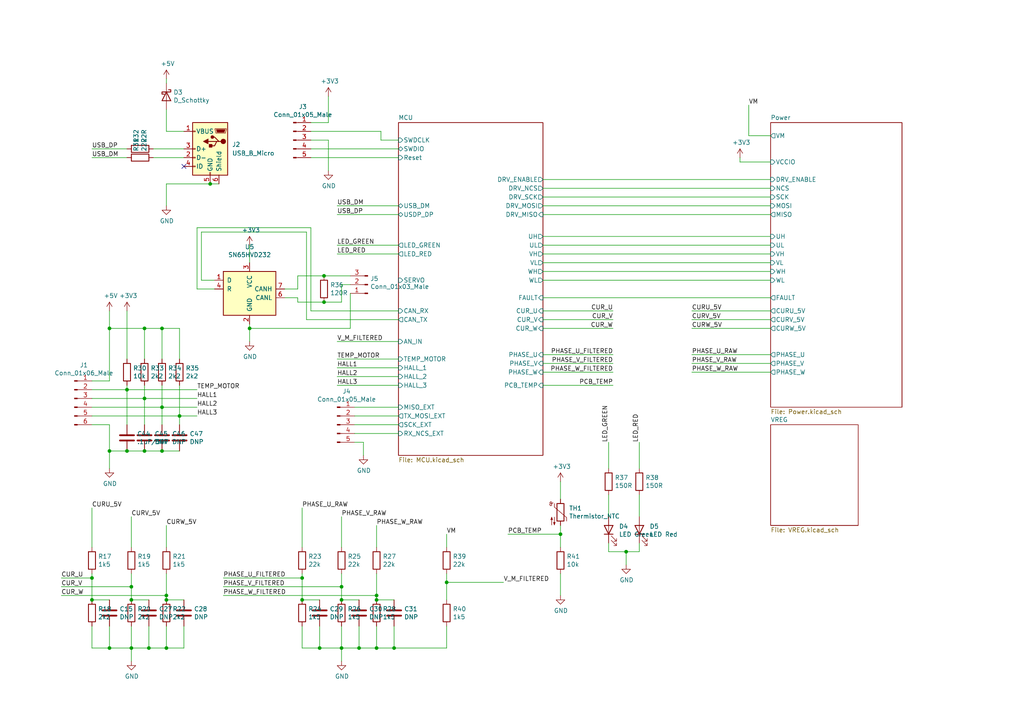
<source format=kicad_sch>
(kicad_sch (version 20231120) (generator "eeschema") (generator_version "8.0")
  (paper "A4")
  (title_block (title "xESC BLDC Controller") (date "2021-12-01") (rev "2.0") (company "Clemens Elflein") (comment 1 "Creative Commons Attribution-NonCommercial-ShareAlike 4.0 International License.") (comment 2 "Licensed under "))
  (lib_symbols
    (symbol "Connector:Conn_01x03_Male" (pin_names (offset 1.016) hide)
      (property "Reference" "J" (at 0 5.08 0))
      (property "Value" "Conn_01x03_Male" (at 0 -5.08 0))
      (symbol "Conn_01x03_Male_1_1"
        (polyline (pts (xy 1.27 -2.54) (xy 0.8636 -2.54)) (stroke (width 0.1524)))
        (polyline (pts (xy 1.27 0) (xy 0.8636 0)) (stroke (width 0.1524)))
        (polyline (pts (xy 1.27 2.54) (xy 0.8636 2.54)) (stroke (width 0.1524)))
        (rectangle (start 0.8636 -2.413) (end 0 -2.667) (stroke (width 0.1524)) (fill (type outline)))
        (rectangle (start 0.8636 0.127) (end 0 -0.127) (stroke (width 0.1524)) (fill (type outline)))
        (rectangle (start 0.8636 2.667) (end 0 2.413) (stroke (width 0.1524)) (fill (type outline)))
        (pin passive line (at 5.08 2.54 180) (length 3.81) (name "Pin_1") (number "1"))
        (pin passive line (at 5.08 0 180) (length 3.81) (name "Pin_2") (number "2"))
        (pin passive line (at 5.08 -2.54 180) (length 3.81) (name "Pin_3") (number "3"))
      )
    )
    (symbol "Connector:Conn_01x05_Male" (pin_names (offset 1.016) hide)
      (property "Reference" "J" (at 0 7.62 0))
      (property "Value" "Conn_01x05_Male" (at 0 -7.62 0))
      (symbol "Conn_01x05_Male_1_1"
        (polyline (pts (xy 1.27 -5.08) (xy 0.8636 -5.08)) (stroke (width 0.1524)))
        (polyline (pts (xy 1.27 -2.54) (xy 0.8636 -2.54)) (stroke (width 0.1524)))
        (polyline (pts (xy 1.27 0) (xy 0.8636 0)) (stroke (width 0.1524)))
        (polyline (pts (xy 1.27 2.54) (xy 0.8636 2.54)) (stroke (width 0.1524)))
        (polyline (pts (xy 1.27 5.08) (xy 0.8636 5.08)) (stroke (width 0.1524)))
        (rectangle (start 0.8636 -4.953) (end 0 -5.207) (stroke (width 0.1524)) (fill (type outline)))
        (rectangle (start 0.8636 -2.413) (end 0 -2.667) (stroke (width 0.1524)) (fill (type outline)))
        (rectangle (start 0.8636 0.127) (end 0 -0.127) (stroke (width 0.1524)) (fill (type outline)))
        (rectangle (start 0.8636 2.667) (end 0 2.413) (stroke (width 0.1524)) (fill (type outline)))
        (rectangle (start 0.8636 5.207) (end 0 4.953) (stroke (width 0.1524)) (fill (type outline)))
        (pin passive line (at 5.08 5.08 180) (length 3.81) (name "Pin_1") (number "1"))
        (pin passive line (at 5.08 2.54 180) (length 3.81) (name "Pin_2") (number "2"))
        (pin passive line (at 5.08 0 180) (length 3.81) (name "Pin_3") (number "3"))
        (pin passive line (at 5.08 -2.54 180) (length 3.81) (name "Pin_4") (number "4"))
        (pin passive line (at 5.08 -5.08 180) (length 3.81) (name "Pin_5") (number "5"))
      )
    )
    (symbol "Connector:Conn_01x06_Male" (pin_names (offset 1.016) hide)
      (property "Reference" "J" (at 0 7.62 0))
      (property "Value" "Conn_01x06_Male" (at 0 -10.16 0))
      (symbol "Conn_01x06_Male_1_1"
        (polyline (pts (xy 1.27 -7.62) (xy 0.8636 -7.62)) (stroke (width 0.1524)))
        (polyline (pts (xy 1.27 -5.08) (xy 0.8636 -5.08)) (stroke (width 0.1524)))
        (polyline (pts (xy 1.27 -2.54) (xy 0.8636 -2.54)) (stroke (width 0.1524)))
        (polyline (pts (xy 1.27 0) (xy 0.8636 0)) (stroke (width 0.1524)))
        (polyline (pts (xy 1.27 2.54) (xy 0.8636 2.54)) (stroke (width 0.1524)))
        (polyline (pts (xy 1.27 5.08) (xy 0.8636 5.08)) (stroke (width 0.1524)))
        (rectangle (start 0.8636 -7.493) (end 0 -7.747) (stroke (width 0.1524)) (fill (type outline)))
        (rectangle (start 0.8636 -4.953) (end 0 -5.207) (stroke (width 0.1524)) (fill (type outline)))
        (rectangle (start 0.8636 -2.413) (end 0 -2.667) (stroke (width 0.1524)) (fill (type outline)))
        (rectangle (start 0.8636 0.127) (end 0 -0.127) (stroke (width 0.1524)) (fill (type outline)))
        (rectangle (start 0.8636 2.667) (end 0 2.413) (stroke (width 0.1524)) (fill (type outline)))
        (rectangle (start 0.8636 5.207) (end 0 4.953) (stroke (width 0.1524)) (fill (type outline)))
        (pin passive line (at 5.08 5.08 180) (length 3.81) (name "Pin_1") (number "1"))
        (pin passive line (at 5.08 2.54 180) (length 3.81) (name "Pin_2") (number "2"))
        (pin passive line (at 5.08 0 180) (length 3.81) (name "Pin_3") (number "3"))
        (pin passive line (at 5.08 -2.54 180) (length 3.81) (name "Pin_4") (number "4"))
        (pin passive line (at 5.08 -5.08 180) (length 3.81) (name "Pin_5") (number "5"))
        (pin passive line (at 5.08 -7.62 180) (length 3.81) (name "Pin_6") (number "6"))
      )
    )
    (symbol "Connector:USB_B_Micro" (pin_names (offset 1.016))
      (property "Reference" "J" (at -5.08 11.43 0))
      (property "Value" "USB_B_Micro" (at -5.08 8.89 0))
      (symbol "USB_B_Micro_0_1"
        (rectangle (start -5.08 -7.62) (end 5.08 7.62) (stroke (width 0.254)) (fill (type background)))
        (circle (center -3.81 2.159) (radius 0.635) (stroke (width 0.254)) (fill (type outline)))
        (circle (center -0.635 3.429) (radius 0.381) (stroke (width 0.254)) (fill (type outline)))
        (rectangle (start -0.127 -7.62) (end 0.127 -6.858))
        (polyline (pts (xy -1.905 2.159) (xy 0.635 2.159)) (stroke (width 0.254)))
        (polyline (pts (xy -3.175 2.159) (xy -2.54 2.159) (xy -1.27 3.429) (xy -0.635 3.429)) (stroke (width 0.254)))
        (polyline (pts (xy -2.54 2.159) (xy -1.905 2.159) (xy -1.27 0.889) (xy 0 0.889)) (stroke (width 0.254)))
        (polyline (pts (xy 0.635 2.794) (xy 0.635 1.524) (xy 1.905 2.159) (xy 0.635 2.794)) (stroke (width 0.254)) (fill (type outline)))
        (polyline (pts (xy -4.318 5.588) (xy -1.778 5.588) (xy -2.032 4.826) (xy -4.064 4.826) (xy -4.318 5.588)) (fill (type outline)))
        (polyline (pts (xy -4.699 5.842) (xy -4.699 5.588) (xy -4.445 4.826) (xy -4.445 4.572) (xy -1.651 4.572) (xy -1.651 4.826) (xy -1.397 5.588) (xy -1.397 5.842) (xy -4.699 5.842)))
        (rectangle (start 0.254 1.27) (end -0.508 0.508) (stroke (width 0.254)) (fill (type outline)))
        (rectangle (start 5.08 -5.207) (end 4.318 -4.953))
        (rectangle (start 5.08 -2.667) (end 4.318 -2.413))
        (rectangle (start 5.08 -0.127) (end 4.318 0.127))
        (rectangle (start 5.08 4.953) (end 4.318 5.207))
      )
      (symbol "USB_B_Micro_1_1"
        (pin power_out line (at 7.62 5.08 180) (length 2.54) (name "VBUS") (number "1"))
        (pin bidirectional line (at 7.62 -2.54 180) (length 2.54) (name "D-") (number "2"))
        (pin bidirectional line (at 7.62 0 180) (length 2.54) (name "D+") (number "3"))
        (pin passive line (at 7.62 -5.08 180) (length 2.54) (name "ID") (number "4"))
        (pin power_out line (at 0 -10.16 90) (length 2.54) (name "GND") (number "5"))
        (pin passive line (at -2.54 -10.16 90) (length 2.54) (name "Shield") (number "6"))
      )
    )
    (symbol "Device:C" (pin_numbers hide) (pin_names (offset 0.254))
      (property "Reference" "C" (at 0.635 2.54 0))
      (property "Value" "C" (at 0.635 -2.54 0))
      (symbol "C_0_1"
        (polyline (pts (xy -2.032 -0.762) (xy 2.032 -0.762)) (stroke (width 0.508)))
        (polyline (pts (xy -2.032 0.762) (xy 2.032 0.762)) (stroke (width 0.508)))
      )
      (symbol "C_1_1"
        (pin passive line (at 0 3.81 270) (length 2.794) (name "~") (number "1"))
        (pin passive line (at 0 -3.81 90) (length 2.794) (name "~") (number "2"))
      )
    )
    (symbol "Device:D_Schottky" (pin_numbers hide) (pin_names (offset 1.016) hide)
      (property "Reference" "D" (at 0 2.54 0))
      (property "Value" "D_Schottky" (at 0 -2.54 0))
      (symbol "D_Schottky_0_1"
        (polyline (pts (xy 1.27 0) (xy -1.27 0)))
        (polyline (pts (xy 1.27 1.27) (xy 1.27 -1.27) (xy -1.27 0) (xy 1.27 1.27)) (stroke (width 0.254)))
        (polyline (pts (xy -1.905 0.635) (xy -1.905 1.27) (xy -1.27 1.27) (xy -1.27 -1.27) (xy -0.635 -1.27) (xy -0.635 -0.635)) (stroke (width 0.254)))
      )
      (symbol "D_Schottky_1_1"
        (pin passive line (at -3.81 0 0) (length 2.54) (name "K") (number "1"))
        (pin passive line (at 3.81 0 180) (length 2.54) (name "A") (number "2"))
      )
    )
    (symbol "Device:LED" (pin_numbers hide) (pin_names (offset 1.016) hide)
      (property "Reference" "D" (at 0 2.54 0))
      (property "Value" "LED" (at 0 -2.54 0))
      (symbol "LED_0_1"
        (polyline (pts (xy -1.27 -1.27) (xy -1.27 1.27)) (stroke (width 0.254)))
        (polyline (pts (xy -1.27 0) (xy 1.27 0)))
        (polyline (pts (xy 1.27 -1.27) (xy 1.27 1.27) (xy -1.27 0) (xy 1.27 -1.27)) (stroke (width 0.254)))
        (polyline (pts (xy -3.048 -0.762) (xy -4.572 -2.286) (xy -3.81 -2.286) (xy -4.572 -2.286) (xy -4.572 -1.524)))
        (polyline (pts (xy -1.778 -0.762) (xy -3.302 -2.286) (xy -2.54 -2.286) (xy -3.302 -2.286) (xy -3.302 -1.524)))
      )
      (symbol "LED_1_1"
        (pin passive line (at -3.81 0 0) (length 2.54) (name "K") (number "1"))
        (pin passive line (at 3.81 0 180) (length 2.54) (name "A") (number "2"))
      )
    )
    (symbol "Device:R" (pin_numbers hide) (pin_names (offset 0))
      (property "Reference" "R" (at 2.032 0 90))
      (property "Value" "R" (at 0 0 90))
      (symbol "R_0_1"
        (rectangle (start -1.016 -2.54) (end 1.016 2.54) (stroke (width 0.254)))
      )
      (symbol "R_1_1"
        (pin passive line (at 0 3.81 270) (length 1.27) (name "~") (number "1"))
        (pin passive line (at 0 -3.81 90) (length 1.27) (name "~") (number "2"))
      )
    )
    (symbol "Device:Thermistor_NTC" (pin_numbers hide) (pin_names (offset 0))
      (property "Reference" "TH" (at -4.445 0 90))
      (property "Value" "Thermistor_NTC" (at 3.175 0 90))
      (symbol "Thermistor_NTC_0_1"
        (arc (start -3.048 2.159) (mid -3.0505 2.3165) (end -3.175 2.413))
        (arc (start -3.048 2.159) (mid -2.9736 1.9794) (end -2.794 1.905))
        (arc (start -3.048 2.794) (mid -2.9736 2.6144) (end -2.794 2.54))
        (arc (start -2.794 1.905) (mid -2.6144 1.9794) (end -2.54 2.159))
        (arc (start -2.794 2.54) (mid -2.434 2.5608) (end -2.159 2.794))
        (arc (start -2.794 3.048) (mid -2.9736 2.9736) (end -3.048 2.794))
        (arc (start -2.54 2.794) (mid -2.6144 2.9736) (end -2.794 3.048))
        (rectangle (start -1.016 2.54) (end 1.016 -2.54) (stroke (width 0.254)))
        (polyline (pts (xy -2.54 2.159) (xy -2.54 2.794)))
        (polyline (pts (xy -1.778 2.54) (xy -1.778 1.524) (xy 1.778 -1.524) (xy 1.778 -2.54)))
        (polyline (pts (xy -2.54 -3.683) (xy -2.54 -1.397) (xy -2.794 -2.159) (xy -2.286 -2.159) (xy -2.54 -1.397) (xy -2.54 -1.651)) (fill (type outline)))
        (polyline (pts (xy -1.778 -1.397) (xy -1.778 -3.683) (xy -2.032 -2.921) (xy -1.524 -2.921) (xy -1.778 -3.683) (xy -1.778 -3.429)) (fill (type outline)))
      )
      (symbol "Thermistor_NTC_1_1"
        (pin passive line (at 0 3.81 270) (length 1.27) (name "~") (number "1"))
        (pin passive line (at 0 -3.81 90) (length 1.27) (name "~") (number "2"))
      )
    )
    (symbol "Interface_CAN_LIN:SN65HVD232" (pin_names (offset 1.016))
      (property "Reference" "U" (at -2.54 10.16 0))
      (property "Value" "SN65HVD232" (at -2.54 7.62 0))
      (symbol "SN65HVD232_0_1"
        (rectangle (start -7.62 5.08) (end 7.62 -7.62) (stroke (width 0.254)) (fill (type background)))
      )
      (symbol "SN65HVD232_1_1"
        (pin input line (at -10.16 2.54 0) (length 2.54) (name "D") (number "1"))
        (pin power_in line (at 0 -10.16 90) (length 2.54) (name "GND") (number "2"))
        (pin power_in line (at 0 7.62 270) (length 2.54) (name "VCC") (number "3"))
        (pin output line (at -10.16 0 0) (length 2.54) (name "R") (number "4"))
        (pin no_connect line (at -10.16 -2.54 0) (length 2.54) hide (name "NC") (number "5"))
        (pin bidirectional line (at 10.16 -2.54 180) (length 2.54) (name "CANL") (number "6"))
        (pin bidirectional line (at 10.16 0 180) (length 2.54) (name "CANH") (number "7"))
        (pin no_connect line (at -10.16 -5.08 0) (length 2.54) hide (name "NC") (number "8"))
      )
    )
    (symbol "power:+3.3V" (power) (pin_names (offset 0))
      (property "Value" "+3.3V" (at 0 3.556 0))
      (symbol "+3.3V_0_1"
        (polyline (pts (xy -0.762 1.27) (xy 0 2.54)))
        (polyline (pts (xy 0 0) (xy 0 2.54)))
        (polyline (pts (xy 0 2.54) (xy 0.762 1.27)))
      )
      (symbol "+3.3V_1_1"
        (pin power_in line (at 0 0 90) (length 0) hide (name "+3V3") (number "1"))
      )
    )
    (symbol "power:+5V" (power) (pin_names (offset 0))
      (property "Value" "+5V" (at 0 3.556 0))
      (symbol "+5V_0_1"
        (polyline (pts (xy -0.762 1.27) (xy 0 2.54)))
        (polyline (pts (xy 0 0) (xy 0 2.54)))
        (polyline (pts (xy 0 2.54) (xy 0.762 1.27)))
      )
      (symbol "+5V_1_1"
        (pin power_in line (at 0 0 90) (length 0) hide (name "+5V") (number "1"))
      )
    )
    (symbol "power:GND" (power) (pin_names (offset 0))
      (property "Value" "GND" (at 0 -3.81 0))
      (symbol "GND_0_1"
        (polyline (pts (xy 0 0) (xy 0 -1.27) (xy 1.27 -1.27) (xy 0 -2.54) (xy -1.27 -1.27) (xy 0 -1.27)))
      )
      (symbol "GND_1_1"
        (pin power_in line (at 0 0 270) (length 0) hide (name "GND") (number "1"))
      )
    )
  )
  (junction (at 92.71 187.96))
  (junction (at 43.18 187.96))
  (junction (at 46.99 130.81))
  (junction (at 26.67 167.64))
  (junction (at 48.26 187.96))
  (junction (at 99.06 173.99))
  (junction (at 36.83 113.03))
  (junction (at 72.39 95.25))
  (junction (at 114.3 187.96))
  (junction (at 38.1 187.96))
  (junction (at 109.22 173.99))
  (junction (at 129.54 168.91))
  (junction (at 48.26 172.72))
  (junction (at 36.83 130.81))
  (junction (at 31.75 187.96))
  (junction (at 109.22 172.72))
  (junction (at 87.63 173.99))
  (junction (at 60.96 53.34))
  (junction (at 52.07 120.65))
  (junction (at 31.75 95.25))
  (junction (at 48.26 173.99))
  (junction (at 46.99 95.25))
  (junction (at 46.99 118.11))
  (junction (at 93.98 80.01))
  (junction (at 41.91 130.81))
  (junction (at 26.67 173.99))
  (junction (at 104.14 187.96))
  (junction (at 162.56 154.94))
  (junction (at 99.06 187.96))
  (junction (at 93.98 87.63))
  (junction (at 87.63 167.64))
  (junction (at 99.06 170.18))
  (junction (at 109.22 187.96))
  (junction (at 38.1 170.18))
  (junction (at 38.1 173.99))
  (junction (at 41.91 95.25))
  (junction (at 31.75 130.81))
  (junction (at 181.61 160.02))
  (junction (at 41.91 115.57))
  (no_connect (at 53.34 48.26))
  (wire (pts (xy 53.34 45.72) (xy 44.45 45.72)))
  (wire (pts (xy 115.57 71.12) (xy 97.79 71.12)))
  (wire (pts (xy 95.25 35.56) (xy 95.25 27.94)))
  (wire (pts (xy 38.1 187.96) (xy 43.18 187.96)))
  (wire (pts (xy 97.79 109.22) (xy 115.57 109.22)))
  (wire (pts (xy 86.36 87.63) (xy 93.98 87.63)))
  (wire (pts (xy 223.52 102.87) (xy 200.66 102.87)))
  (wire (pts (xy 157.48 95.25) (xy 177.8 95.25)))
  (wire (pts (xy 110.49 40.64) (xy 115.57 40.64)))
  (wire (pts (xy 86.36 83.82) (xy 86.36 80.01)))
  (wire (pts (xy 181.61 160.02) (xy 185.42 160.02)))
  (wire (pts (xy 223.52 76.2) (xy 157.48 76.2)))
  (wire (pts (xy 92.71 181.61) (xy 92.71 187.96)))
  (wire (pts (xy 214.63 46.99) (xy 223.52 46.99)))
  (wire (pts (xy 223.52 105.41) (xy 200.66 105.41)))
  (wire (pts (xy 48.26 24.13) (xy 48.26 22.86)))
  (wire (pts (xy 162.56 152.4) (xy 162.56 154.94)))
  (wire (pts (xy 223.52 68.58) (xy 157.48 68.58)))
  (wire (pts (xy 102.87 123.19) (xy 115.57 123.19)))
  (wire (pts (xy 31.75 187.96) (xy 38.1 187.96)))
  (wire (pts (xy 87.63 187.96) (xy 92.71 187.96)))
  (wire (pts (xy 109.22 166.37) (xy 109.22 172.72)))
  (wire (pts (xy 38.1 181.61) (xy 38.1 187.96)))
  (wire (pts (xy 162.56 154.94) (xy 162.56 158.75)))
  (wire (pts (xy 115.57 106.68) (xy 97.79 106.68)))
  (wire (pts (xy 104.14 187.96) (xy 109.22 187.96)))
  (wire (pts (xy 87.63 166.37) (xy 87.63 167.64)))
  (wire (pts (xy 41.91 95.25) (xy 46.99 95.25)))
  (wire (pts (xy 26.67 120.65) (xy 52.07 120.65)))
  (wire (pts (xy 57.15 113.03) (xy 36.83 113.03)))
  (wire (pts (xy 57.15 66.04) (xy 90.17 66.04)))
  (wire (pts (xy 157.48 102.87) (xy 177.8 102.87)))
  (wire (pts (xy 101.6 95.25) (xy 72.39 95.25)))
  (wire (pts (xy 223.52 52.07) (xy 157.48 52.07)))
  (wire (pts (xy 43.18 181.61) (xy 43.18 187.96)))
  (wire (pts (xy 48.26 187.96) (xy 48.26 181.61)))
  (wire (pts (xy 46.99 118.11) (xy 26.67 118.11)))
  (wire (pts (xy 48.26 152.4) (xy 48.26 158.75)))
  (wire (pts (xy 31.75 95.25) (xy 31.75 90.17)))
  (wire (pts (xy 223.52 73.66) (xy 157.48 73.66)))
  (wire (pts (xy 162.56 166.37) (xy 162.56 172.72)))
  (wire (pts (xy 101.6 85.09) (xy 101.6 95.25)))
  (wire (pts (xy 92.71 187.96) (xy 99.06 187.96)))
  (wire (pts (xy 31.75 123.19) (xy 31.75 130.81)))
  (wire (pts (xy 217.17 39.37) (xy 217.17 30.48)))
  (wire (pts (xy 41.91 111.76) (xy 41.91 115.57)))
  (wire (pts (xy 176.53 149.86) (xy 176.53 143.51)))
  (wire (pts (xy 52.07 111.76) (xy 52.07 120.65)))
  (wire (pts (xy 115.57 99.06) (xy 97.79 99.06)))
  (wire (pts (xy 99.06 173.99) (xy 104.14 173.99)))
  (wire (pts (xy 176.53 135.89) (xy 176.53 128.27)))
  (wire (pts (xy 102.87 118.11) (xy 115.57 118.11)))
  (wire (pts (xy 223.52 57.15) (xy 157.48 57.15)))
  (wire (pts (xy 90.17 43.18) (xy 115.57 43.18)))
  (wire (pts (xy 99.06 181.61) (xy 99.06 187.96)))
  (wire (pts (xy 31.75 95.25) (xy 41.91 95.25)))
  (wire (pts (xy 109.22 172.72) (xy 109.22 173.99)))
  (wire (pts (xy 82.55 86.36) (xy 86.36 86.36)))
  (wire (pts (xy 217.17 39.37) (xy 223.52 39.37)))
  (wire (pts (xy 31.75 130.81) (xy 31.75 135.89)))
  (wire (pts (xy 36.83 130.81) (xy 31.75 130.81)))
  (wire (pts (xy 99.06 170.18) (xy 64.77 170.18)))
  (wire (pts (xy 99.06 187.96) (xy 104.14 187.96)))
  (wire (pts (xy 99.06 82.55) (xy 99.06 87.63)))
  (wire (pts (xy 99.06 149.86) (xy 99.06 158.75)))
  (wire (pts (xy 48.26 53.34) (xy 60.96 53.34)))
  (wire (pts (xy 129.54 168.91) (xy 146.05 168.91)))
  (wire (pts (xy 72.39 71.12) (xy 72.39 76.2)))
  (wire (pts (xy 157.48 78.74) (xy 223.52 78.74)))
  (wire (pts (xy 48.26 172.72) (xy 17.78 172.72)))
  (wire (pts (xy 88.9 92.71) (xy 88.9 67.31)))
  (wire (pts (xy 157.48 90.17) (xy 177.8 90.17)))
  (wire (pts (xy 57.15 83.82) (xy 57.15 66.04)))
  (wire (pts (xy 26.67 167.64) (xy 26.67 173.99)))
  (wire (pts (xy 157.48 105.41) (xy 177.8 105.41)))
  (wire (pts (xy 46.99 118.11) (xy 46.99 123.19)))
  (wire (pts (xy 38.1 166.37) (xy 38.1 170.18)))
  (wire (pts (xy 176.53 160.02) (xy 181.61 160.02)))
  (wire (pts (xy 48.26 173.99) (xy 53.34 173.99)))
  (wire (pts (xy 26.67 123.19) (xy 31.75 123.19)))
  (wire (pts (xy 53.34 187.96) (xy 48.26 187.96)))
  (wire (pts (xy 60.96 53.34) (xy 63.5 53.34)))
  (wire (pts (xy 38.1 170.18) (xy 38.1 173.99)))
  (wire (pts (xy 87.63 167.64) (xy 64.77 167.64)))
  (wire (pts (xy 87.63 167.64) (xy 87.63 173.99)))
  (wire (pts (xy 72.39 95.25) (xy 72.39 99.06)))
  (wire (pts (xy 185.42 135.89) (xy 185.42 128.27)))
  (wire (pts (xy 62.23 83.82) (xy 57.15 83.82)))
  (wire (pts (xy 115.57 73.66) (xy 97.79 73.66)))
  (wire (pts (xy 41.91 130.81) (xy 36.83 130.81)))
  (wire (pts (xy 95.25 40.64) (xy 95.25 49.53)))
  (wire (pts (xy 93.98 80.01) (xy 101.6 80.01)))
  (wire (pts (xy 110.49 38.1) (xy 110.49 40.64)))
  (wire (pts (xy 129.54 173.99) (xy 129.54 168.91)))
  (wire (pts (xy 109.22 172.72) (xy 64.77 172.72)))
  (wire (pts (xy 157.48 59.69) (xy 223.52 59.69)))
  (wire (pts (xy 41.91 115.57) (xy 57.15 115.57)))
  (wire (pts (xy 99.06 191.77) (xy 99.06 187.96)))
  (wire (pts (xy 223.52 95.25) (xy 200.66 95.25)))
  (wire (pts (xy 97.79 59.69) (xy 115.57 59.69)))
  (wire (pts (xy 115.57 111.76) (xy 97.79 111.76)))
  (wire (pts (xy 157.48 71.12) (xy 223.52 71.12)))
  (wire (pts (xy 52.07 120.65) (xy 52.07 123.19)))
  (wire (pts (xy 86.36 80.01) (xy 93.98 80.01)))
  (wire (pts (xy 176.53 157.48) (xy 176.53 160.02)))
  (wire (pts (xy 26.67 166.37) (xy 26.67 167.64)))
  (wire (pts (xy 26.67 181.61) (xy 26.67 187.96)))
  (wire (pts (xy 26.67 167.64) (xy 17.78 167.64)))
  (wire (pts (xy 114.3 181.61) (xy 114.3 187.96)))
  (wire (pts (xy 223.52 107.95) (xy 200.66 107.95)))
  (wire (pts (xy 129.54 168.91) (xy 129.54 166.37)))
  (wire (pts (xy 48.26 172.72) (xy 48.26 173.99)))
  (wire (pts (xy 109.22 152.4) (xy 109.22 158.75)))
  (wire (pts (xy 109.22 187.96) (xy 109.22 181.61)))
  (wire (pts (xy 36.83 43.18) (xy 26.67 43.18)))
  (wire (pts (xy 90.17 38.1) (xy 110.49 38.1)))
  (wire (pts (xy 58.42 81.28) (xy 62.23 81.28)))
  (wire (pts (xy 223.52 62.23) (xy 157.48 62.23)))
  (wire (pts (xy 53.34 43.18) (xy 44.45 43.18)))
  (wire (pts (xy 129.54 187.96) (xy 114.3 187.96)))
  (wire (pts (xy 53.34 38.1) (xy 48.26 38.1)))
  (wire (pts (xy 129.54 158.75) (xy 129.54 154.94)))
  (wire (pts (xy 46.99 111.76) (xy 46.99 118.11)))
  (wire (pts (xy 90.17 90.17) (xy 115.57 90.17)))
  (wire (pts (xy 157.48 92.71) (xy 177.8 92.71)))
  (wire (pts (xy 38.1 149.86) (xy 38.1 158.75)))
  (wire (pts (xy 31.75 173.99) (xy 26.67 173.99)))
  (wire (pts (xy 36.83 113.03) (xy 26.67 113.03)))
  (wire (pts (xy 114.3 187.96) (xy 109.22 187.96)))
  (wire (pts (xy 105.41 128.27) (xy 105.41 132.08)))
  (wire (pts (xy 53.34 181.61) (xy 53.34 187.96)))
  (wire (pts (xy 87.63 181.61) (xy 87.63 187.96)))
  (wire (pts (xy 129.54 187.96) (xy 129.54 181.61)))
  (wire (pts (xy 104.14 181.61) (xy 104.14 187.96)))
  (wire (pts (xy 57.15 118.11) (xy 46.99 118.11)))
  (wire (pts (xy 185.42 157.48) (xy 185.42 160.02)))
  (wire (pts (xy 97.79 104.14) (xy 115.57 104.14)))
  (wire (pts (xy 48.26 166.37) (xy 48.26 172.72)))
  (wire (pts (xy 38.1 191.77) (xy 38.1 187.96)))
  (wire (pts (xy 115.57 92.71) (xy 88.9 92.71)))
  (wire (pts (xy 101.6 82.55) (xy 99.06 82.55)))
  (wire (pts (xy 109.22 173.99) (xy 114.3 173.99)))
  (wire (pts (xy 46.99 130.81) (xy 52.07 130.81)))
  (wire (pts (xy 157.48 86.36) (xy 223.52 86.36)))
  (wire (pts (xy 90.17 40.64) (xy 95.25 40.64)))
  (wire (pts (xy 26.67 147.32) (xy 26.67 158.75)))
  (wire (pts (xy 58.42 67.31) (xy 58.42 81.28)))
  (wire (pts (xy 48.26 53.34) (xy 48.26 59.69)))
  (wire (pts (xy 41.91 130.81) (xy 46.99 130.81)))
  (wire (pts (xy 72.39 93.98) (xy 72.39 95.25)))
  (wire (pts (xy 43.18 187.96) (xy 48.26 187.96)))
  (wire (pts (xy 157.48 107.95) (xy 177.8 107.95)))
  (wire (pts (xy 48.26 38.1) (xy 48.26 31.75)))
  (wire (pts (xy 86.36 86.36) (xy 86.36 87.63)))
  (wire (pts (xy 82.55 83.82) (xy 86.36 83.82)))
  (wire (pts (xy 38.1 170.18) (xy 17.78 170.18)))
  (wire (pts (xy 93.98 87.63) (xy 99.06 87.63)))
  (wire (pts (xy 115.57 125.73) (xy 102.87 125.73)))
  (wire (pts (xy 223.52 81.28) (xy 157.48 81.28)))
  (wire (pts (xy 41.91 104.14) (xy 41.91 95.25)))
  (wire (pts (xy 223.52 90.17) (xy 200.66 90.17)))
  (wire (pts (xy 36.83 113.03) (xy 36.83 111.76)))
  (wire (pts (xy 52.07 120.65) (xy 57.15 120.65)))
  (wire (pts (xy 162.56 144.78) (xy 162.56 139.7)))
  (wire (pts (xy 31.75 181.61) (xy 31.75 187.96)))
  (wire (pts (xy 185.42 149.86) (xy 185.42 143.51)))
  (wire (pts (xy 92.71 173.99) (xy 87.63 173.99)))
  (wire (pts (xy 41.91 115.57) (xy 41.91 123.19)))
  (wire (pts (xy 162.56 154.94) (xy 147.32 154.94)))
  (wire (pts (xy 90.17 66.04) (xy 90.17 90.17)))
  (wire (pts (xy 90.17 35.56) (xy 95.25 35.56)))
  (wire (pts (xy 36.83 123.19) (xy 36.83 113.03)))
  (wire (pts (xy 99.06 170.18) (xy 99.06 173.99)))
  (wire (pts (xy 36.83 45.72) (xy 26.67 45.72)))
  (wire (pts (xy 36.83 104.14) (xy 36.83 90.17)))
  (wire (pts (xy 26.67 187.96) (xy 31.75 187.96)))
  (wire (pts (xy 157.48 111.76) (xy 177.8 111.76)))
  (wire (pts (xy 88.9 67.31) (xy 58.42 67.31)))
  (wire (pts (xy 26.67 115.57) (xy 41.91 115.57)))
  (wire (pts (xy 214.63 46.99) (xy 214.63 45.72)))
  (wire (pts (xy 223.52 92.71) (xy 200.66 92.71)))
  (wire (pts (xy 115.57 120.65) (xy 102.87 120.65)))
  (wire (pts (xy 102.87 128.27) (xy 105.41 128.27)))
  (wire (pts (xy 99.06 166.37) (xy 99.06 170.18)))
  (wire (pts (xy 46.99 104.14) (xy 46.99 95.25)))
  (wire (pts (xy 115.57 62.23) (xy 97.79 62.23)))
  (wire (pts (xy 157.48 54.61) (xy 223.52 54.61)))
  (wire (pts (xy 181.61 163.83) (xy 181.61 160.02)))
  (wire (pts (xy 38.1 173.99) (xy 43.18 173.99)))
  (wire (pts (xy 46.99 95.25) (xy 52.07 95.25)))
  (wire (pts (xy 31.75 110.49) (xy 31.75 95.25)))
  (wire (pts (xy 87.63 147.32) (xy 87.63 158.75)))
  (wire (pts (xy 52.07 95.25) (xy 52.07 104.14)))
  (wire (pts (xy 90.17 45.72) (xy 115.57 45.72)))
  (wire (pts (xy 26.67 110.49) (xy 31.75 110.49)))
  (label "PCB_TEMP" (at 177.8 111.76 180))
  (label "PHASE_U_FILTERED" (at 177.8 102.87 180))
  (label "CUR_U" (at 17.78 167.64 0))
  (label "HALL3" (at 57.15 120.65 0))
  (label "V_M_FILTERED" (at 146.05 168.91 0))
  (label "LED_GREEN" (at 97.79 71.12 0))
  (label "LED_RED" (at 185.42 128.27 90))
  (label "CUR_U" (at 177.8 90.17 180))
  (label "V_M_FILTERED" (at 97.79 99.06 0))
  (label "USB_DP" (at 97.79 62.23 0))
  (label "CUR_V" (at 17.78 170.18 0))
  (label "HALL1" (at 97.79 106.68 0))
  (label "CUR_W" (at 177.8 95.25 180))
  (label "HALL2" (at 97.79 109.22 0))
  (label "TEMP_MOTOR" (at 57.15 113.03 0))
  (label "VM" (at 129.54 154.94 0))
  (label "LED_GREEN" (at 176.53 128.27 90))
  (label "CURU_5V" (at 26.67 147.32 0))
  (label "PHASE_U_RAW" (at 200.66 102.87 0))
  (label "PHASE_W_RAW" (at 109.22 152.4 0))
  (label "CURW_5V" (at 48.26 152.4 0))
  (label "PHASE_V_RAW" (at 99.06 149.86 0))
  (label "PHASE_U_RAW" (at 87.63 147.32 0))
  (label "CURW_5V" (at 200.66 95.25 0))
  (label "PHASE_U_FILTERED" (at 64.77 167.64 0))
  (label "USB_DP" (at 26.67 43.18 0))
  (label "PHASE_V_FILTERED" (at 64.77 170.18 0))
  (label "CURU_5V" (at 200.66 90.17 0))
  (label "CUR_W" (at 17.78 172.72 0))
  (label "USB_DM" (at 97.79 59.69 0))
  (label "HALL1" (at 57.15 115.57 0))
  (label "TEMP_MOTOR" (at 97.79 104.14 0))
  (label "VM" (at 217.17 30.48 0))
  (label "PHASE_W_FILTERED" (at 64.77 172.72 0))
  (label "PHASE_W_RAW" (at 200.66 107.95 0))
  (label "HALL3" (at 97.79 111.76 0))
  (label "PHASE_V_FILTERED" (at 177.8 105.41 180))
  (label "USB_DM" (at 26.67 45.72 0))
  (label "LED_RED" (at 97.79 73.66 0))
  (label "PHASE_V_RAW" (at 200.66 105.41 0))
  (label "CURV_5V" (at 38.1 149.86 0))
  (label "CUR_V" (at 177.8 92.71 180))
  (label "PCB_TEMP" (at 147.32 154.94 0))
  (label "HALL2" (at 57.15 118.11 0))
  (label "CURV_5V" (at 200.66 92.71 0))
  (label "PHASE_W_FILTERED" (at 177.8 107.95 180))
  (symbol (lib_id "Connector:Conn_01x06_Male") (at 21.59 115.57 0) (unit 1)
    (property "Reference" "J1" (at 24.3332 105.8926 0))
    (property "Value" "Conn_01x06_Male" (at 24.3332 108.204 0))
    (property "Footprint" "Connector_PinHeader_2.54mm:PinHeader_1x06_P2.54mm_Vertical" (effects (hide yes)))
    (property "LCSC" "C2935912" (effects (hide yes)))
    (property "Part Number" "DZ254R-11-06-63" (effects (hide yes)))
    (property "Stock_PN" "J-TH-1x6-.1" (effects (hide yes)))
    (property "JLC" "C2935912" (effects (hide yes)))
  )
  (symbol (lib_id "power:+5V") (at 31.75 90.17 0) (unit 1)
    (property "Reference" "#PWR0133" (effects (hide yes)))
    (property "Value" "+5V" (at 32.131 85.7758 0))
  )
  (symbol (lib_id "power:GND") (at 31.75 135.89 0) (unit 1)
    (property "Reference" "#PWR0134" (effects (hide yes)))
    (property "Value" "GND" (at 31.877 140.2842 0))
  )
  (symbol (lib_id "Device:C") (at 36.83 127 0) (unit 1)
    (property "Reference" "C44" (at 39.751 125.8316 0) (effects (justify left)))
    (property "Value" ".1uF/50V" (at 39.751 128.143 0) (effects (justify left)))
    (property "Footprint" "Capacitor_SMD:C_0603_1608Metric" (effects (hide yes)))
    (property "Digikey" "1276-1935-1-ND" (effects (hide yes)))
    (property "Part Number" "CL10B104KC8NNNC" (effects (hide yes)))
    (property "Stock_PN" "C-603-.1uF-100V-X7R" (effects (hide yes)))
    (property "JLC" "C14663" (effects (hide yes)))
    (property "LCSC" "C14663" (effects (hide yes)))
  )
  (symbol (lib_id "Device:R") (at 36.83 107.95 0) (unit 1)
    (property "Reference" "R30" (at 38.608 106.7816 0) (effects (justify left)))
    (property "Value" "10k" (at 38.608 109.093 0) (effects (justify left)))
    (property "Footprint" "Resistor_SMD:R_0603_1608Metric" (effects (hide yes)))
    (property "Digikey" "311-10.0KHRCT-ND" (effects (hide yes)))
    (property "Part Number" "RC0603FR-0710KL" (effects (hide yes)))
    (property "Stock_PN" "R-603-10K-.1W-1%" (effects (hide yes)))
    (property "JLC" "C25804" (effects (hide yes)))
    (property "LCSC" "C25804" (effects (hide yes)))
  )
  (symbol (lib_id "power:+3.3V") (at 36.83 90.17 0) (unit 1)
    (property "Reference" "#PWR0135" (effects (hide yes)))
    (property "Value" "+3V3" (at 37.211 85.7758 0))
  )
  (symbol (lib_id "Device:R") (at 26.67 162.56 0) (unit 1)
    (property "Reference" "R17" (at 28.448 161.3916 0) (effects (justify left)))
    (property "Value" "1k5" (at 28.448 163.703 0) (effects (justify left)))
    (property "Footprint" "Resistor_SMD:R_0603_1608Metric" (effects (hide yes)))
    (property "Digikey" "311-1.50KHRCT-ND" (effects (hide yes)))
    (property "Part Number" "RC0603FR-071K5L" (effects (hide yes)))
    (property "Stock_PN" "R-603-1.5K-.1W-1%" (effects (hide yes)))
    (property "JLC" "C22843" (effects (hide yes)))
    (property "LCSC" "C22843" (effects (hide yes)))
  )
  (symbol (lib_id "Device:R") (at 26.67 177.8 0) (unit 1)
    (property "Reference" "R18" (at 28.448 176.6316 0) (effects (justify left)))
    (property "Value" "2k2" (at 28.448 178.943 0) (effects (justify left)))
    (property "Footprint" "Resistor_SMD:R_0603_1608Metric" (effects (hide yes)))
    (property "Digikey" "311-2.20KHRCT-ND" (effects (hide yes)))
    (property "Part Number" "RC0603FR-072K2L" (effects (hide yes)))
    (property "Stock_PN" "R-603-2.2K-.1W-1%" (effects (hide yes)))
    (property "JLC" "C4190" (effects (hide yes)))
    (property "LCSC" "C4190" (effects (hide yes)))
  )
  (symbol (lib_id "Device:R") (at 38.1 162.56 0) (unit 1)
    (property "Reference" "R19" (at 39.878 161.3916 0) (effects (justify left)))
    (property "Value" "1k5" (at 39.878 163.703 0) (effects (justify left)))
    (property "Footprint" "Resistor_SMD:R_0603_1608Metric" (effects (hide yes)))
    (property "Digikey" "311-1.50KHRCT-ND" (effects (hide yes)))
    (property "Part Number" "RC0603FR-071K5L" (effects (hide yes)))
    (property "Stock_PN" "R-603-1.5K-.1W-1%" (effects (hide yes)))
    (property "JLC" "C22843" (effects (hide yes)))
    (property "LCSC" "C22843" (effects (hide yes)))
  )
  (symbol (lib_id "Device:R") (at 38.1 177.8 0) (unit 1)
    (property "Reference" "R20" (at 39.878 176.6316 0) (effects (justify left)))
    (property "Value" "2k2" (at 39.878 178.943 0) (effects (justify left)))
    (property "Footprint" "Resistor_SMD:R_0603_1608Metric" (effects (hide yes)))
    (property "Digikey" "311-2.20KHRCT-ND" (effects (hide yes)))
    (property "Part Number" "RC0603FR-072K2L" (effects (hide yes)))
    (property "Stock_PN" "R-603-2.2K-.1W-1%" (effects (hide yes)))
    (property "JLC" "C4190" (effects (hide yes)))
    (property "LCSC" "C4190" (effects (hide yes)))
  )
  (symbol (lib_id "Device:R") (at 48.26 162.56 0) (unit 1)
    (property "Reference" "R21" (at 50.038 161.3916 0) (effects (justify left)))
    (property "Value" "1k5" (at 50.038 163.703 0) (effects (justify left)))
    (property "Footprint" "Resistor_SMD:R_0603_1608Metric" (effects (hide yes)))
    (property "Digikey" "311-1.50KHRCT-ND" (effects (hide yes)))
    (property "Part Number" "RC0603FR-071K5L" (effects (hide yes)))
    (property "Stock_PN" "R-603-1.5K-.1W-1%" (effects (hide yes)))
    (property "JLC" "C22843" (effects (hide yes)))
    (property "LCSC" "C22843" (effects (hide yes)))
  )
  (symbol (lib_id "Device:R") (at 48.26 177.8 0) (unit 1)
    (property "Reference" "R22" (at 50.038 176.6316 0) (effects (justify left)))
    (property "Value" "2k2" (at 50.038 178.943 0) (effects (justify left)))
    (property "Footprint" "Resistor_SMD:R_0603_1608Metric" (effects (hide yes)))
    (property "Digikey" "311-2.20KHRCT-ND" (effects (hide yes)))
    (property "Part Number" "RC0603FR-072K2L" (effects (hide yes)))
    (property "Stock_PN" "R-603-2.2K-.1W-1%" (effects (hide yes)))
    (property "JLC" "C4190" (effects (hide yes)))
    (property "LCSC" "C4190" (effects (hide yes)))
  )
  (symbol (lib_id "power:GND") (at 38.1 191.77 0) (unit 1)
    (property "Reference" "#PWR0125" (effects (hide yes)))
    (property "Value" "GND" (at 38.227 196.1642 0))
  )
  (symbol (lib_id "power:+3.3V") (at 214.63 45.72 0) (unit 1)
    (property "Reference" "#PWR0126" (effects (hide yes)))
    (property "Value" "+3V3" (at 215.011 41.3258 0))
  )
  (symbol (lib_id "Device:R") (at 41.91 107.95 0) (unit 1)
    (property "Reference" "R33" (at 43.688 106.7816 0) (effects (justify left)))
    (property "Value" "2k2" (at 43.688 109.093 0) (effects (justify left)))
    (property "Footprint" "Resistor_SMD:R_0603_1608Metric" (effects (hide yes)))
    (property "Digikey" "311-2.20KHRCT-ND" (effects (hide yes)))
    (property "Part Number" "RC0603FR-072K2L" (effects (hide yes)))
    (property "Stock_PN" "R-603-2.2K-.1W-1%" (effects (hide yes)))
    (property "JLC" "C4190" (effects (hide yes)))
    (property "LCSC" "C4190" (effects (hide yes)))
  )
  (symbol (lib_id "Device:R") (at 46.99 107.95 0) (unit 1)
    (property "Reference" "R34" (at 48.768 106.7816 0) (effects (justify left)))
    (property "Value" "2k2" (at 48.768 109.093 0) (effects (justify left)))
    (property "Footprint" "Resistor_SMD:R_0603_1608Metric" (effects (hide yes)))
    (property "Digikey" "311-2.20KHRCT-ND" (effects (hide yes)))
    (property "Part Number" "RC0603FR-072K2L" (effects (hide yes)))
    (property "Stock_PN" "R-603-2.2K-.1W-1%" (effects (hide yes)))
    (property "JLC" "C4190" (effects (hide yes)))
    (property "LCSC" "C4190" (effects (hide yes)))
  )
  (symbol (lib_id "Device:R") (at 52.07 107.95 0) (unit 1)
    (property "Reference" "R35" (at 53.848 106.7816 0) (effects (justify left)))
    (property "Value" "2k2" (at 53.848 109.093 0) (effects (justify left)))
    (property "Footprint" "Resistor_SMD:R_0603_1608Metric" (effects (hide yes)))
    (property "Digikey" "311-2.20KHRCT-ND" (effects (hide yes)))
    (property "Part Number" "RC0603FR-072K2L" (effects (hide yes)))
    (property "Stock_PN" "R-603-2.2K-.1W-1%" (effects (hide yes)))
    (property "JLC" "C4190" (effects (hide yes)))
    (property "LCSC" "C4190" (effects (hide yes)))
  )
  (symbol (lib_id "Device:C") (at 52.07 127 0) (unit 1)
    (property "Reference" "C47" (at 54.991 125.8316 0) (effects (justify left)))
    (property "Value" "DNP" (at 54.991 128.143 0) (effects (justify left)))
    (property "Footprint" "Capacitor_SMD:C_0603_1608Metric" (effects (hide yes)))
    (property "Config" "do not place" (effects (hide yes)))
  )
  (symbol (lib_id "Device:C") (at 46.99 127 0) (unit 1)
    (property "Reference" "C46" (at 49.911 125.8316 0) (effects (justify left)))
    (property "Value" "DNP" (at 49.911 128.143 0) (effects (justify left)))
    (property "Footprint" "Capacitor_SMD:C_0603_1608Metric" (effects (hide yes)))
    (property "Config" "do not place" (effects (hide yes)))
  )
  (symbol (lib_id "Device:C") (at 41.91 127 0) (unit 1)
    (property "Reference" "C45" (at 44.831 125.8316 0) (effects (justify left)))
    (property "Value" "DNP" (at 44.831 128.143 0) (effects (justify left)))
    (property "Footprint" "Capacitor_SMD:C_0603_1608Metric" (effects (hide yes)))
    (property "Config" "do not place" (effects (hide yes)))
  )
  (symbol (lib_id "Device:C") (at 53.34 177.8 0) (unit 1)
    (property "Reference" "C28" (at 56.261 176.6316 0) (effects (justify left)))
    (property "Value" "DNP" (at 56.261 178.943 0) (effects (justify left)))
    (property "Footprint" "Capacitor_SMD:C_0603_1608Metric" (effects (hide yes)))
    (property "Config" "do not place" (effects (hide yes)))
  )
  (symbol (lib_id "Device:C") (at 43.18 177.8 0) (unit 1)
    (property "Reference" "C27" (at 46.101 176.6316 0) (effects (justify left)))
    (property "Value" "DNP" (at 46.101 178.943 0) (effects (justify left)))
    (property "Footprint" "Capacitor_SMD:C_0603_1608Metric" (effects (hide yes)))
    (property "Config" "do not place" (effects (hide yes)))
  )
  (symbol (lib_id "Device:C") (at 31.75 177.8 0) (unit 1)
    (property "Reference" "C15" (at 34.671 176.6316 0) (effects (justify left)))
    (property "Value" "DNP" (at 34.671 178.943 0) (effects (justify left)))
    (property "Footprint" "Capacitor_SMD:C_0603_1608Metric" (effects (hide yes)))
    (property "Config" "do not place" (effects (hide yes)))
  )
  (symbol (lib_id "Connector:Conn_01x05_Male") (at 85.09 40.64 0) (unit 1)
    (property "Reference" "J3" (at 87.8332 30.9626 0))
    (property "Value" "Conn_01x05_Male" (at 87.8332 33.274 0))
    (property "Footprint" "Connector_PinHeader_2.54mm:PinHeader_1x05_P2.54mm_Vertical" (effects (hide yes)))
    (property "LCSC" "C2935911" (effects (hide yes)))
    (property "Part Number" "DZ254R-11-05-63" (effects (hide yes)))
    (property "Stock_PN" "J-TH-1x5-.1" (effects (hide yes)))
    (property "JLC" "C2935911" (effects (hide yes)))
  )
  (symbol (lib_id "power:+3.3V") (at 95.25 27.94 0) (unit 1)
    (property "Reference" "#PWR0136" (effects (hide yes)))
    (property "Value" "+3V3" (at 95.631 23.5458 0))
  )
  (symbol (lib_id "Device:R") (at 87.63 162.56 0) (unit 1)
    (property "Reference" "R23" (at 89.408 161.3916 0) (effects (justify left)))
    (property "Value" "22k" (at 89.408 163.703 0) (effects (justify left)))
    (property "Footprint" "Resistor_SMD:R_0603_1608Metric" (effects (hide yes)))
    (property "Digikey" "RMCF0603FT22K0CT-ND" (effects (hide yes)))
    (property "Part Number" "RMCF0603FT22K0" (effects (hide yes)))
    (property "Stock_PN" "R-603-22K-.1W-1%" (effects (hide yes)))
    (property "JLC" "C31850" (effects (hide yes)))
    (property "LCSC" "C31850" (effects (hide yes)))
  )
  (symbol (lib_id "Device:R") (at 87.63 177.8 0) (unit 1)
    (property "Reference" "R24" (at 89.408 176.6316 0) (effects (justify left)))
    (property "Value" "1k5" (at 89.408 178.943 0) (effects (justify left)))
    (property "Footprint" "Resistor_SMD:R_0603_1608Metric" (effects (hide yes)))
    (property "Digikey" "311-1.50KHRCT-ND" (effects (hide yes)))
    (property "Part Number" "RC0603FR-071K5L" (effects (hide yes)))
    (property "Stock_PN" "R-603-1.5K-.1W-1%" (effects (hide yes)))
    (property "JLC" "C22843" (effects (hide yes)))
    (property "LCSC" "C22843" (effects (hide yes)))
  )
  (symbol (lib_id "Device:R") (at 99.06 162.56 0) (unit 1)
    (property "Reference" "R25" (at 100.838 161.3916 0) (effects (justify left)))
    (property "Value" "22k" (at 100.838 163.703 0) (effects (justify left)))
    (property "Footprint" "Resistor_SMD:R_0603_1608Metric" (effects (hide yes)))
    (property "Digikey" "RMCF0603FT22K0CT-ND" (effects (hide yes)))
    (property "Part Number" "RMCF0603FT22K0" (effects (hide yes)))
    (property "Stock_PN" "R-603-22K-.1W-1%" (effects (hide yes)))
    (property "JLC" "C31850" (effects (hide yes)))
    (property "LCSC" "C31850" (effects (hide yes)))
  )
  (symbol (lib_id "Device:R") (at 99.06 177.8 0) (unit 1)
    (property "Reference" "R26" (at 100.838 176.6316 0) (effects (justify left)))
    (property "Value" "1k5" (at 100.838 178.943 0) (effects (justify left)))
    (property "Footprint" "Resistor_SMD:R_0603_1608Metric" (effects (hide yes)))
    (property "Digikey" "311-1.50KHRCT-ND" (effects (hide yes)))
    (property "Part Number" "RC0603FR-071K5L" (effects (hide yes)))
    (property "Stock_PN" "R-603-1.5K-.1W-1%" (effects (hide yes)))
    (property "JLC" "C22843" (effects (hide yes)))
    (property "LCSC" "C22843" (effects (hide yes)))
  )
  (symbol (lib_id "Device:R") (at 109.22 162.56 0) (unit 1)
    (property "Reference" "R27" (at 110.998 161.3916 0) (effects (justify left)))
    (property "Value" "22k" (at 110.998 163.703 0) (effects (justify left)))
    (property "Footprint" "Resistor_SMD:R_0603_1608Metric" (effects (hide yes)))
    (property "Digikey" "RMCF0603FT22K0CT-ND" (effects (hide yes)))
    (property "Part Number" "RMCF0603FT22K0" (effects (hide yes)))
    (property "Stock_PN" "R-603-22K-.1W-1%" (effects (hide yes)))
    (property "JLC" "C31850" (effects (hide yes)))
    (property "LCSC" "C31850" (effects (hide yes)))
  )
  (symbol (lib_id "Device:R") (at 109.22 177.8 0) (unit 1)
    (property "Reference" "R28" (at 110.998 176.6316 0) (effects (justify left)))
    (property "Value" "1k5" (at 110.998 178.943 0) (effects (justify left)))
    (property "Footprint" "Resistor_SMD:R_0603_1608Metric" (effects (hide yes)))
    (property "Digikey" "311-1.50KHRCT-ND" (effects (hide yes)))
    (property "Part Number" "RC0603FR-071K5L" (effects (hide yes)))
    (property "Stock_PN" "R-603-1.5K-.1W-1%" (effects (hide yes)))
    (property "JLC" "C22843" (effects (hide yes)))
    (property "LCSC" "C22843" (effects (hide yes)))
  )
  (symbol (lib_id "power:GND") (at 99.06 191.77 0) (unit 1)
    (property "Reference" "#PWR0127" (effects (hide yes)))
    (property "Value" "GND" (at 99.187 196.1642 0))
  )
  (symbol (lib_id "Device:C") (at 114.3 177.8 0) (unit 1)
    (property "Reference" "C31" (at 117.221 176.6316 0) (effects (justify left)))
    (property "Value" "DNP" (at 117.221 178.943 0) (effects (justify left)))
    (property "Footprint" "Capacitor_SMD:C_0603_1608Metric" (effects (hide yes)))
    (property "Config" "do not place" (effects (hide yes)))
  )
  (symbol (lib_id "Device:C") (at 104.14 177.8 0) (unit 1)
    (property "Reference" "C30" (at 107.061 176.6316 0) (effects (justify left)))
    (property "Value" "DNP" (at 107.061 178.943 0) (effects (justify left)))
    (property "Footprint" "Capacitor_SMD:C_0603_1608Metric" (effects (hide yes)))
    (property "Config" "do not place" (effects (hide yes)))
  )
  (symbol (lib_id "Device:C") (at 92.71 177.8 0) (unit 1)
    (property "Reference" "C29" (at 95.631 176.6316 0) (effects (justify left)))
    (property "Value" "DNP" (at 95.631 178.943 0) (effects (justify left)))
    (property "Footprint" "Capacitor_SMD:C_0603_1608Metric" (effects (hide yes)))
    (property "Config" "do not place" (effects (hide yes)))
  )
  (symbol (lib_id "power:GND") (at 95.25 49.53 0) (unit 1)
    (property "Reference" "#PWR0137" (effects (hide yes)))
    (property "Value" "GND" (at 95.377 53.9242 0))
  )
  (symbol (lib_id "Device:R") (at 129.54 162.56 0) (unit 1)
    (property "Reference" "R39" (at 131.318 161.3916 0) (effects (justify left)))
    (property "Value" "22k" (at 131.318 163.703 0) (effects (justify left)))
    (property "Footprint" "Resistor_SMD:R_0603_1608Metric" (effects (hide yes)))
    (property "Digikey" "RMCF0603FT22K0CT-ND" (effects (hide yes)))
    (property "Part Number" "RMCF0603FT22K0" (effects (hide yes)))
    (property "Stock_PN" "R-603-22K-.1W-1%" (effects (hide yes)))
    (property "JLC" "C31850" (effects (hide yes)))
    (property "LCSC" "C31850" (effects (hide yes)))
  )
  (symbol (lib_id "Device:R") (at 129.54 177.8 0) (unit 1)
    (property "Reference" "R40" (at 131.318 176.6316 0) (effects (justify left)))
    (property "Value" "1k5" (at 131.318 178.943 0) (effects (justify left)))
    (property "Footprint" "Resistor_SMD:R_0603_1608Metric" (effects (hide yes)))
    (property "Digikey" "311-1.50KHRCT-ND" (effects (hide yes)))
    (property "Part Number" "RC0603FR-071K5L" (effects (hide yes)))
    (property "Stock_PN" "R-603-1.5K-.1W-1%" (effects (hide yes)))
    (property "JLC" "C22843" (effects (hide yes)))
    (property "LCSC" "C22843" (effects (hide yes)))
  )
  (symbol (lib_id "power:+5V") (at 48.26 22.86 0) (unit 1)
    (property "Reference" "#PWR0138" (effects (hide yes)))
    (property "Value" "+5V" (at 48.641 18.4658 0))
  )
  (symbol (lib_id "Device:D_Schottky") (at 48.26 27.94 270) (unit 1)
    (property "Reference" "D3" (at 50.292 26.7716 90) (effects (justify left)))
    (property "Value" "D_Schottky" (at 50.292 29.083 90) (effects (justify left)))
    (property "Footprint" "Diode_SMD:D_SOD-123" (effects (hide yes)))
    (property "Part Number" "PMEG2010ER,115" (effects (hide yes)))
    (property "Digikey" "1727-5192-1-ND" (effects (hide yes)))
    (property "Stock_PN" "D-PMEG2010ER" (effects (hide yes)))
    (property "JLC" "C8598" (effects (hide yes)))
    (property "LCSC" "C8598" (effects (hide yes)))
  )
  (symbol (lib_id "Device:R") (at 40.64 43.18 90) (unit 1)
    (property "Reference" "R32" (at 39.4716 41.402 0) (effects (justify left)))
    (property "Value" "22R" (at 41.783 41.402 0) (effects (justify left)))
    (property "Footprint" "Resistor_SMD:R_0603_1608Metric" (effects (hide yes)))
    (property "Digikey" "RMCF0603FT22R0CT-ND" (effects (hide yes)))
    (property "Part Number" "RMCF0603FT22R0" (effects (hide yes)))
    (property "Stock_PN" "R-603-22-.1W-1%" (effects (hide yes)))
    (property "JLC" "C23345" (effects (hide yes)))
    (property "LCSC" "C23345" (effects (hide yes)))
  )
  (symbol (lib_id "Device:R") (at 40.64 45.72 90) (unit 1)
    (property "Reference" "R31" (at 39.4716 43.942 0) (effects (justify left)))
    (property "Value" "22R" (at 41.783 43.942 0) (effects (justify left)))
    (property "Footprint" "Resistor_SMD:R_0603_1608Metric" (effects (hide yes)))
    (property "Digikey" "RMCF0603FT22R0CT-ND" (effects (hide yes)))
    (property "Part Number" "RMCF0603FT22R0" (effects (hide yes)))
    (property "Stock_PN" "R-603-22-.1W-1%" (effects (hide yes)))
    (property "JLC" "C23345" (effects (hide yes)))
    (property "LCSC" "C23345" (effects (hide yes)))
  )
  (symbol (lib_id "power:GND") (at 48.26 59.69 0) (unit 1)
    (property "Reference" "#PWR0139" (effects (hide yes)))
    (property "Value" "GND" (at 48.387 64.0842 0))
  )
  (symbol (lib_id "Connector:Conn_01x05_Male") (at 97.79 123.19 0) (unit 1)
    (property "Reference" "J4" (at 100.5332 113.5126 0))
    (property "Value" "Conn_01x05_Male" (at 100.5332 115.824 0))
    (property "Footprint" "Connector_PinHeader_2.54mm:PinHeader_1x05_P2.54mm_Vertical" (effects (hide yes)))
    (property "LCSC" "C2935911" (effects (hide yes)))
    (property "Part Number" "DZ254R-11-05-63" (effects (hide yes)))
    (property "Stock_PN" "J-TH-1x5-.1" (effects (hide yes)))
    (property "JLC" "C2935911" (effects (hide yes)))
  )
  (symbol (lib_id "power:GND") (at 105.41 132.08 0) (unit 1)
    (property "Reference" "#PWR0140" (effects (hide yes)))
    (property "Value" "GND" (at 105.537 136.4742 0))
  )
  (symbol (lib_id "Interface_CAN_LIN:SN65HVD232") (at 72.39 83.82 0) (unit 1)
    (property "Reference" "U5" (at 72.39 71.6026 0))
    (property "Value" "SN65HVD232" (at 72.39 73.914 0))
    (property "Footprint" "Package_SO:SOIC-8_3.9x4.9mm_P1.27mm" (effects (hide yes)))
    (property "Datasheet" "http://www.ti.com/lit/ds/symlink/sn65hvd230.pdf" (effects (hide yes)))
    (property "Part Number" "SN65HVD232" (effects (hide yes)))
    (property "Digikey" "296-12282-5-ND" (effects (hide yes)))
    (property "LCSC" "C30530" (effects (hide yes)))
    (property "Stock_PN" "U-SN65HVD232" (effects (hide yes)))
    (property "JLC" "C30530" (effects (hide yes)))
  )
  (symbol (lib_id "power:GND") (at 72.39 99.06 0) (unit 1)
    (property "Reference" "#PWR0141" (effects (hide yes)))
    (property "Value" "GND" (at 72.517 103.4542 0))
  )
  (symbol (lib_id "power:+3.3V") (at 72.39 71.12 0) (unit 1)
    (property "Reference" "#PWR0142" (effects (hide yes)))
    (property "Value" "+3V3" (at 72.771 66.7258 0))
  )
  (symbol (lib_id "Device:R") (at 93.98 83.82 0) (unit 1)
    (property "Reference" "R36" (at 95.758 82.6516 0) (effects (justify left)))
    (property "Value" "120R" (at 95.758 84.963 0) (effects (justify left)))
    (property "Footprint" "Resistor_SMD:R_0603_1608Metric" (effects (hide yes)))
    (property "Digikey" "RMCF0603FT120RCT-ND" (effects (hide yes)))
    (property "Part Number" "RMCF0603FT120R" (effects (hide yes)))
    (property "Stock_PN" "R-603-120-.1W-1%" (effects (hide yes)))
    (property "JLC" "C22787" (effects (hide yes)))
    (property "LCSC" "C22787" (effects (hide yes)))
  )
  (symbol (lib_id "Connector:Conn_01x03_Male") (at 106.68 82.55 180) (unit 1)
    (property "Reference" "J5" (at 107.3912 80.8228 0) (effects (justify right)))
    (property "Value" "Conn_01x03_Male" (at 107.3912 83.1342 0) (effects (justify right)))
    (property "Footprint" "Connector_PinHeader_2.54mm:PinHeader_1x03_P2.54mm_Vertical" (effects (hide yes)))
    (property "LCSC" "C2935909" (effects (hide yes)))
    (property "Part Number" "DZ254R-11-05-63" (effects (hide yes)))
    (property "Stock_PN" "J-TH-1x3-.1" (effects (hide yes)))
    (property "JLC" "C2935909" (effects (hide yes)))
  )
  (symbol (lib_id "Device:R") (at 176.53 139.7 0) (unit 1)
    (property "Reference" "R37" (at 178.308 138.5316 0) (effects (justify left)))
    (property "Value" "150R" (at 178.308 140.843 0) (effects (justify left)))
    (property "Footprint" "Resistor_SMD:R_0603_1608Metric" (effects (hide yes)))
    (property "Digikey" "311-150HRCT-ND" (effects (hide yes)))
    (property "Part Number" "RC0603FR-07150RL" (effects (hide yes)))
    (property "Stock_PN" "R-603-150-.1W-1%" (effects (hide yes)))
    (property "JLC" "C22808" (effects (hide yes)))
    (property "LCSC" "C22808" (effects (hide yes)))
  )
  (symbol (lib_id "Device:LED") (at 176.53 153.67 90) (unit 1)
    (property "Reference" "D4" (at 179.5272 152.6794 90) (effects (justify right)))
    (property "Value" "LED Green" (at 179.5272 154.9908 90) (effects (justify right)))
    (property "Footprint" "LED_SMD:LED_0603_1608Metric" (effects (hide yes)))
    (property "Stock_PN" "LED-603-GREEN" (effects (hide yes)))
    (property "Digikey" "160-1446-1-ND" (effects (hide yes)))
    (property "Part Number" "LTST-C191KGKT" (effects (hide yes)))
    (property "JLC" "C72043" (effects (hide yes)))
    (property "LCSC" "C72043" (effects (hide yes)))
  )
  (symbol (lib_id "Device:Thermistor_NTC") (at 162.56 148.59 0) (unit 1)
    (property "Reference" "TH1" (at 165.0492 147.4216 0) (effects (justify left)))
    (property "Value" "Thermistor_NTC" (at 165.0492 149.733 0) (effects (justify left)))
    (property "Footprint" "Resistor_SMD:R_0603_1608Metric" (effects (hide yes)))
    (property "Digikey" "490-16279-1-ND" (effects (hide yes)))
    (property "Part Number" "NCU18XH103F60RB" (effects (hide yes)))
    (property "Stock_PN" "TH-NCU18XH103F60RB" (effects (hide yes)))
    (property "JLC" "C440252" (effects (hide yes)))
    (property "LCSC" "C440252" (effects (hide yes)))
  )
  (symbol (lib_id "Device:R") (at 162.56 162.56 0) (unit 1)
    (property "Reference" "R41" (at 164.338 161.3916 0) (effects (justify left)))
    (property "Value" "10k" (at 164.338 163.703 0) (effects (justify left)))
    (property "Footprint" "Resistor_SMD:R_0603_1608Metric" (effects (hide yes)))
    (property "Digikey" "311-10.0KHRCT-ND" (effects (hide yes)))
    (property "Part Number" "RC0603FR-0710KL" (effects (hide yes)))
    (property "Stock_PN" "R-603-10K-.1W-1%" (effects (hide yes)))
    (property "JLC" "C25804" (effects (hide yes)))
    (property "LCSC" "C25804" (effects (hide yes)))
  )
  (symbol (lib_id "Device:R") (at 185.42 139.7 0) (unit 1)
    (property "Reference" "R38" (at 187.198 138.5316 0) (effects (justify left)))
    (property "Value" "150R" (at 187.198 140.843 0) (effects (justify left)))
    (property "Footprint" "Resistor_SMD:R_0603_1608Metric" (effects (hide yes)))
    (property "Digikey" "311-150HRCT-ND" (effects (hide yes)))
    (property "Part Number" "RC0603FR-07150RL" (effects (hide yes)))
    (property "Stock_PN" "R-603-150-.1W-1%" (effects (hide yes)))
    (property "JLC" "C22808" (effects (hide yes)))
    (property "LCSC" "C22808" (effects (hide yes)))
  )
  (symbol (lib_id "Device:LED") (at 185.42 153.67 90) (unit 1)
    (property "Reference" "D5" (at 188.4172 152.6794 90) (effects (justify right)))
    (property "Value" "LED Red" (at 188.4172 154.9908 90) (effects (justify right)))
    (property "Footprint" "LED_SMD:LED_0603_1608Metric" (effects (hide yes)))
    (property "Stock_PN" "LED-603-RED" (effects (hide yes)))
    (property "Digikey" "160-1447-1-ND" (effects (hide yes)))
    (property "Part Number" "LTST-C191KRKT" (effects (hide yes)))
    (property "JLC" "C2286" (effects (hide yes)))
    (property "LCSC" "C2286" (effects (hide yes)))
  )
  (symbol (lib_id "power:GND") (at 181.61 163.83 0) (unit 1)
    (property "Reference" "#PWR0143" (effects (hide yes)))
    (property "Value" "GND" (at 181.737 168.2242 0))
  )
  (symbol (lib_id "power:GND") (at 162.56 172.72 0) (unit 1)
    (property "Reference" "#PWR0121" (effects (hide yes)))
    (property "Value" "GND" (at 162.687 177.1142 0))
  )
  (symbol (lib_id "power:+3.3V") (at 162.56 139.7 0) (unit 1)
    (property "Reference" "#PWR0122" (effects (hide yes)))
    (property "Value" "+3V3" (at 162.941 135.3058 0))
  )
  (symbol (lib_id "Connector:USB_B_Micro") (at 60.96 43.18 0) (mirror y) (unit 1)
    (property "Reference" "J2" (at 67.31 41.9099 0) (effects (justify right)))
    (property "Value" "USB_B_Micro" (at 67.31 44.4499 0) (effects (justify right)))
    (property "Footprint" "xESC2:USB_Micro" (effects (hide yes)))
    (property "Description" "USB Micro Type B connector" (effects (hide yes)))
    (property "JLC" "C145795" (effects (hide yes)))
  )
  (sheet (at 223.52 35.56) (size 38.1 82.55)
    (property "Sheetname" "Power" (at 223.52 34.8484 0) (effects (justify left bottom)))
    (property "Sheetfile" "Power.kicad_sch" (at 223.52 118.6946 0) (effects (justify left top)))
    (pin "DRV_ENABLE" input (at 223.52 52.07 180))
    (pin "NCS" input (at 223.52 54.61 180))
    (pin "SCK" input (at 223.52 57.15 180))
    (pin "MOSI" input (at 223.52 59.69 180))
    (pin "MISO" output (at 223.52 62.23 180))
    (pin "UH" input (at 223.52 68.58 180))
    (pin "UL" input (at 223.52 71.12 180))
    (pin "VH" input (at 223.52 73.66 180))
    (pin "VL" input (at 223.52 76.2 180))
    (pin "WH" input (at 223.52 78.74 180))
    (pin "WL" input (at 223.52 81.28 180))
    (pin "FAULT" output (at 223.52 86.36 180))
    (pin "CURU_5V" output (at 223.52 90.17 180))
    (pin "CURV_5V" output (at 223.52 92.71 180))
    (pin "CURW_5V" output (at 223.52 95.25 180))
    (pin "VCCIO" input (at 223.52 46.99 180))
    (pin "VM" output (at 223.52 39.37 180))
    (pin "PHASE_U" output (at 223.52 102.87 180))
    (pin "PHASE_V" output (at 223.52 105.41 180))
    (pin "PHASE_W" output (at 223.52 107.95 180))
  )
  (sheet (at 115.57 35.56) (size 41.91 96.52)
    (property "Sheetname" "MCU" (at 115.57 34.8484 0) (effects (justify left bottom)))
    (property "Sheetfile" "MCU.kicad_sch" (at 115.57 132.6646 0) (effects (justify left top)))
    (pin "Reset" input (at 115.57 45.72 180))
    (pin "SWDIO" bidirectional (at 115.57 43.18 180))
    (pin "SWDCLK" input (at 115.57 40.64 180))
    (pin "WH" output (at 157.48 78.74 0))
    (pin "VH" output (at 157.48 73.66 0))
    (pin "UH" output (at 157.48 68.58 0))
    (pin "WL" output (at 157.48 81.28 0))
    (pin "VL" output (at 157.48 76.2 0))
    (pin "UL" output (at 157.48 71.12 0))
    (pin "CUR_W" input (at 157.48 95.25 0))
    (pin "CUR_V" input (at 157.48 92.71 0))
    (pin "CUR_U" input (at 157.48 90.17 0))
    (pin "PHASE_U" input (at 157.48 102.87 0))
    (pin "PHASE_V" input (at 157.48 105.41 0))
    (pin "PHASE_W" input (at 157.48 107.95 0))
    (pin "PCB_TEMP" input (at 157.48 111.76 0))
    (pin "USB_DM" bidirectional (at 115.57 59.69 180))
    (pin "USDP_DP" bidirectional (at 115.57 62.23 180))
    (pin "LED_GREEN" output (at 115.57 71.12 180))
    (pin "LED_RED" output (at 115.57 73.66 180))
    (pin "DRV_ENABLE" output (at 157.48 52.07 0))
    (pin "SERVO" input (at 115.57 81.28 180))
    (pin "FAULT" input (at 157.48 86.36 0))
    (pin "CAN_RX" input (at 115.57 90.17 180))
    (pin "CAN_TX" output (at 115.57 92.71 180))
    (pin "DRV_MISO" input (at 157.48 62.23 0))
    (pin "DRV_MOSI" output (at 157.48 59.69 0))
    (pin "DRV_NCS" output (at 157.48 54.61 0))
    (pin "DRV_SCK" output (at 157.48 57.15 0))
    (pin "AN_IN" input (at 115.57 99.06 180))
    (pin "TEMP_MOTOR" input (at 115.57 104.14 180))
    (pin "HALL_3" input (at 115.57 111.76 180))
    (pin "HALL_2" input (at 115.57 109.22 180))
    (pin "HALL_1" input (at 115.57 106.68 180))
    (pin "SCK_EXT" output (at 115.57 123.19 180))
    (pin "MISO_EXT" input (at 115.57 118.11 180))
    (pin "TX_MOSI_EXT" output (at 115.57 120.65 180))
    (pin "RX_NCS_EXT" input (at 115.57 125.73 180))
  )
  (sheet (at 223.52 123.19) (size 25.4 29.21)
    (property "Sheetname" "VREG" (at 223.52 122.4784 0) (effects (justify left bottom)))
    (property "Sheetfile" "VREG.kicad_sch" (at 223.52 152.9846 0) (effects (justify left top)))
  )
)
</source>
